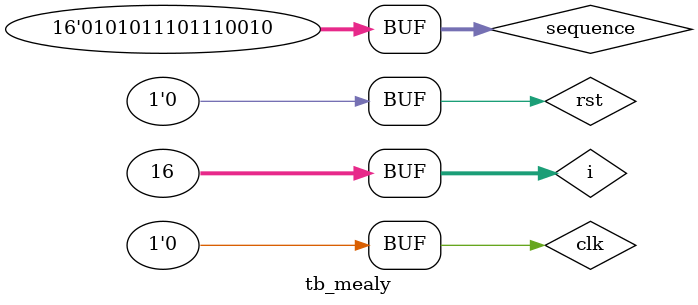
<source format=v>
module tb_mealy;
    reg clk, rst, inp;
    wire outp;
    reg[15:0] sequence;
    integer i;

    mealy duty( outp,clk, rst, inp);

    initial
    begin
        clk = 0;
        rst = 1;
        sequence = 16'b0101011101110010;
        #5 rst = 0;
        for( i = 0; i <= 15; i = i + 1)
        begin
            inp = sequence[i];
            #2 clk = 1;
            #2 clk = 0;
            $display("State = ", duty.state, " Input = ", inp, ", Output = ",outp);
        end
        testing;
    end
    task testing;
        for( i = 0; i <= 15; i = i + 1)
        begin
            inp = $random % 2;
            #2 clk = 1;
            #2 clk = 0;
            $display("State = ", duty.state, " Input = ", inp, ", Output = ", outp);
        end
    endtask
endmodule
</source>
